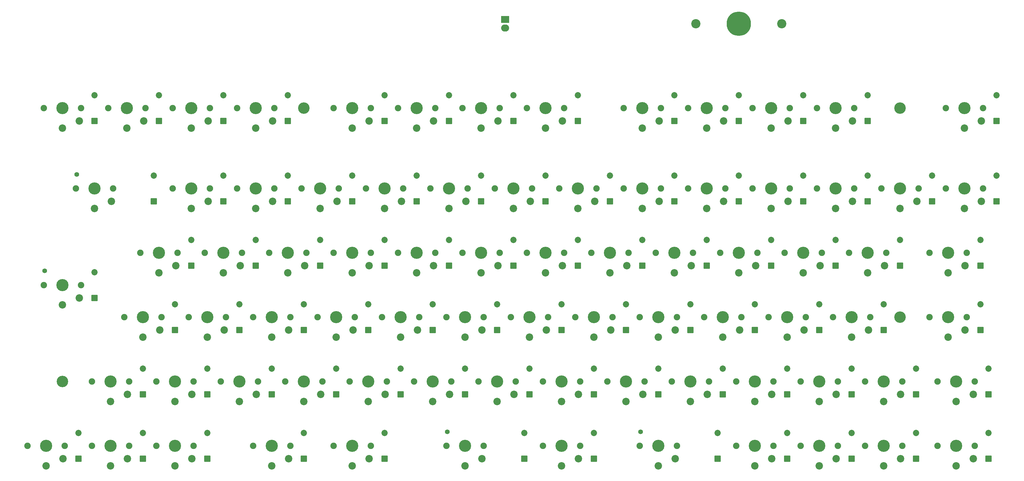
<source format=gbr>
%TF.GenerationSoftware,KiCad,Pcbnew,(6.0.2)*%
%TF.CreationDate,2022-03-06T23:14:37-03:00*%
%TF.ProjectId,BitterDev,42697474-6572-4446-9576-2e6b69636164,V1.1.0*%
%TF.SameCoordinates,Original*%
%TF.FileFunction,Soldermask,Top*%
%TF.FilePolarity,Negative*%
%FSLAX46Y46*%
G04 Gerber Fmt 4.6, Leading zero omitted, Abs format (unit mm)*
G04 Created by KiCad (PCBNEW (6.0.2)) date 2022-03-06 23:14:37*
%MOMM*%
%LPD*%
G01*
G04 APERTURE LIST*
G04 Aperture macros list*
%AMRoundRect*
0 Rectangle with rounded corners*
0 $1 Rounding radius*
0 $2 $3 $4 $5 $6 $7 $8 $9 X,Y pos of 4 corners*
0 Add a 4 corners polygon primitive as box body*
4,1,4,$2,$3,$4,$5,$6,$7,$8,$9,$2,$3,0*
0 Add four circle primitives for the rounded corners*
1,1,$1+$1,$2,$3*
1,1,$1+$1,$4,$5*
1,1,$1+$1,$6,$7*
1,1,$1+$1,$8,$9*
0 Add four rect primitives between the rounded corners*
20,1,$1+$1,$2,$3,$4,$5,0*
20,1,$1+$1,$4,$5,$6,$7,0*
20,1,$1+$1,$6,$7,$8,$9,0*
20,1,$1+$1,$8,$9,$2,$3,0*%
G04 Aperture macros list end*
%ADD10C,1.851000*%
%ADD11RoundRect,0.100000X-0.825500X0.825500X-0.825500X-0.825500X0.825500X-0.825500X0.825500X0.825500X0*%
%ADD12C,3.400000*%
%ADD13C,1.900000*%
%ADD14C,3.600000*%
%ADD15C,2.200000*%
%ADD16O,2.359000X2.105000*%
%ADD17RoundRect,0.100000X1.079500X-0.952500X1.079500X0.952500X-1.079500X0.952500X-1.079500X-0.952500X0*%
%ADD18C,1.400000*%
%ADD19C,2.740000*%
%ADD20C,7.200000*%
G04 APERTURE END LIST*
D10*
%TO.C,D_6*%
X171037472Y-68427499D03*
D11*
X171037472Y-76047499D03*
%TD*%
D10*
%TO.C,D_71*%
X251999972Y-168439999D03*
D11*
X251999972Y-176059999D03*
%TD*%
D10*
%TO.C,D_58*%
X232949972Y-149389999D03*
D11*
X232949972Y-157009999D03*
%TD*%
D10*
%TO.C,D_52*%
X90074972Y-130339999D03*
D11*
X90074972Y-137959999D03*
%TD*%
D10*
%TO.C,D_23*%
X123412472Y-92239999D03*
D11*
X123412472Y-99859999D03*
%TD*%
D10*
%TO.C,D_40*%
X47212472Y-120814999D03*
D11*
X47212472Y-128434999D03*
%TD*%
D10*
%TO.C,D_1*%
X275812472Y-68427499D03*
D11*
X275812472Y-76047499D03*
%TD*%
D10*
%TO.C,D_42*%
X280574972Y-130339999D03*
D11*
X280574972Y-137959999D03*
%TD*%
D10*
%TO.C,D_10*%
X85312472Y-68427499D03*
D11*
X85312472Y-76047499D03*
%TD*%
D10*
%TO.C,D_5*%
X190087472Y-68427499D03*
D11*
X190087472Y-76047499D03*
%TD*%
D10*
%TO.C,D_17*%
X237712472Y-92239999D03*
D11*
X237712472Y-99859999D03*
%TD*%
D10*
%TO.C,D_35*%
X151987472Y-111289999D03*
D11*
X151987472Y-118909999D03*
%TD*%
D10*
%TO.C,D_65*%
X99599972Y-149389999D03*
D11*
X99599972Y-157009999D03*
%TD*%
D10*
%TO.C,D_29*%
X266287472Y-111289999D03*
D11*
X266287472Y-118909999D03*
%TD*%
D10*
%TO.C,D_62*%
X156749972Y-149389999D03*
D11*
X156749972Y-157009999D03*
%TD*%
D10*
%TO.C,D_14*%
X294862472Y-92239999D03*
D11*
X294862472Y-99859999D03*
%TD*%
D10*
%TO.C,D_47*%
X185324972Y-130339999D03*
D11*
X185324972Y-137959999D03*
%TD*%
D10*
%TO.C,D_54*%
X311531222Y-149389999D03*
D11*
X311531222Y-157009999D03*
%TD*%
D10*
%TO.C,D_2*%
X256762472Y-68427499D03*
D11*
X256762472Y-76047499D03*
%TD*%
D10*
%TO.C,D_68*%
X311531222Y-168439999D03*
D11*
X311531222Y-176059999D03*
%TD*%
D10*
%TO.C,D_30*%
X247237472Y-111289999D03*
D11*
X247237472Y-118909999D03*
%TD*%
D10*
%TO.C,D_36*%
X132937472Y-111289999D03*
D11*
X132937472Y-118909999D03*
%TD*%
D10*
%TO.C,D_19*%
X199612472Y-92239999D03*
D11*
X199612472Y-99859999D03*
%TD*%
D10*
%TO.C,D_70*%
X271049972Y-168439999D03*
D11*
X271049972Y-176059999D03*
%TD*%
D10*
%TO.C,D_75*%
X132937472Y-168439999D03*
D11*
X132937472Y-176059999D03*
%TD*%
D10*
%TO.C,D_11*%
X66262472Y-68427499D03*
D11*
X66262472Y-76047499D03*
%TD*%
D10*
%TO.C,D_46*%
X204374972Y-130339999D03*
D11*
X204374972Y-137959999D03*
%TD*%
D12*
%TO.C,H1*%
X109124972Y-72237499D03*
%TD*%
D10*
%TO.C,D_16*%
X256762472Y-92239999D03*
D11*
X256762472Y-99859999D03*
%TD*%
D10*
%TO.C,D_77*%
X80549972Y-168439999D03*
D11*
X80549972Y-176059999D03*
%TD*%
D10*
%TO.C,D_69*%
X290099972Y-168439999D03*
D11*
X290099972Y-176059999D03*
%TD*%
D10*
%TO.C,D_50*%
X128174972Y-130339999D03*
D11*
X128174972Y-137959999D03*
%TD*%
D10*
%TO.C,D_78*%
X61499972Y-168439999D03*
D11*
X61499972Y-176059999D03*
%TD*%
D10*
%TO.C,D_32*%
X209137472Y-111289999D03*
D11*
X209137472Y-118909999D03*
%TD*%
D10*
%TO.C,D_59*%
X213899972Y-149389999D03*
D11*
X213899972Y-157009999D03*
%TD*%
D10*
%TO.C,D_53*%
X71024972Y-130339999D03*
D11*
X71024972Y-137959999D03*
%TD*%
D10*
%TO.C,D_41*%
X309149972Y-130339999D03*
D11*
X309149972Y-137959999D03*
%TD*%
D10*
%TO.C,D_49*%
X147224972Y-130339999D03*
D11*
X147224972Y-137959999D03*
%TD*%
D10*
%TO.C,D_20*%
X180562472Y-92239999D03*
D11*
X180562472Y-99859999D03*
%TD*%
D10*
%TO.C,D_24*%
X104362472Y-92239999D03*
D11*
X104362472Y-99859999D03*
%TD*%
D10*
%TO.C,D_18*%
X218662472Y-92239999D03*
D11*
X218662472Y-99859999D03*
%TD*%
D10*
%TO.C,D_37*%
X113887472Y-111289999D03*
D11*
X113887472Y-118909999D03*
%TD*%
D10*
%TO.C,D_9*%
X104362472Y-68427499D03*
D11*
X104362472Y-76047499D03*
%TD*%
D10*
%TO.C,D_57*%
X251999972Y-149389999D03*
D11*
X251999972Y-157009999D03*
%TD*%
D10*
%TO.C,D_27*%
X309149972Y-111289999D03*
D11*
X309149972Y-118909999D03*
%TD*%
D10*
%TO.C,D_7*%
X151987472Y-68427499D03*
D11*
X151987472Y-76047499D03*
%TD*%
D10*
%TO.C,D_38*%
X94837472Y-111289999D03*
D11*
X94837472Y-118909999D03*
%TD*%
D10*
%TO.C,D_31*%
X228187472Y-111289999D03*
D11*
X228187472Y-118909999D03*
%TD*%
D10*
%TO.C,D_34*%
X171037472Y-111289999D03*
D11*
X171037472Y-118909999D03*
%TD*%
D10*
%TO.C,D_72*%
X231424472Y-168439999D03*
D11*
X231424472Y-176059999D03*
%TD*%
D12*
%TO.C,H4*%
X37687472Y-153199999D03*
%TD*%
D10*
%TO.C,D_43*%
X261524972Y-130339999D03*
D11*
X261524972Y-137959999D03*
%TD*%
D10*
%TO.C,D_12*%
X47212472Y-68427499D03*
D11*
X47212472Y-76047499D03*
%TD*%
D10*
%TO.C,D_63*%
X137699972Y-149389999D03*
D11*
X137699972Y-157009999D03*
%TD*%
D10*
%TO.C,D_21*%
X161512472Y-92239999D03*
D11*
X161512472Y-99859999D03*
%TD*%
D10*
%TO.C,D_48*%
X166274972Y-130339999D03*
D11*
X166274972Y-137959999D03*
%TD*%
D10*
%TO.C,D_61*%
X175799972Y-149389999D03*
D11*
X175799972Y-157009999D03*
%TD*%
D10*
%TO.C,D_26*%
X64737472Y-92239999D03*
D11*
X64737472Y-99859999D03*
%TD*%
D10*
%TO.C,D_0*%
X313912472Y-68427499D03*
D11*
X313912472Y-76047499D03*
%TD*%
D10*
%TO.C,D_74*%
X174274972Y-168439999D03*
D11*
X174274972Y-176059999D03*
%TD*%
D10*
%TO.C,D_64*%
X118649972Y-149389999D03*
D11*
X118649972Y-157009999D03*
%TD*%
D10*
%TO.C,D_56*%
X271049972Y-149389999D03*
D11*
X271049972Y-157009999D03*
%TD*%
D10*
%TO.C,D_67*%
X61499972Y-149389999D03*
D11*
X61499972Y-157009999D03*
%TD*%
D10*
%TO.C,D_44*%
X242474972Y-130339999D03*
D11*
X242474972Y-137959999D03*
%TD*%
D10*
%TO.C,D_60*%
X194849972Y-149389999D03*
D11*
X194849972Y-157009999D03*
%TD*%
D12*
%TO.C,H2*%
X285337472Y-72237499D03*
%TD*%
D10*
%TO.C,D_15*%
X275812472Y-92239999D03*
D11*
X275812472Y-99859999D03*
%TD*%
D10*
%TO.C,D_45*%
X223424972Y-130339999D03*
D11*
X223424972Y-137959999D03*
%TD*%
D10*
%TO.C,D_33*%
X190087472Y-111289999D03*
D11*
X190087472Y-118909999D03*
%TD*%
D10*
%TO.C,D_51*%
X109124972Y-130339999D03*
D11*
X109124972Y-137959999D03*
%TD*%
D10*
%TO.C,D_55*%
X290099972Y-149389999D03*
D11*
X290099972Y-157009999D03*
%TD*%
D12*
%TO.C,H3*%
X285337472Y-134149999D03*
%TD*%
D10*
%TO.C,D_25*%
X85312472Y-92239999D03*
D11*
X85312472Y-99859999D03*
%TD*%
D10*
%TO.C,D_66*%
X80549972Y-149389999D03*
D11*
X80549972Y-157009999D03*
%TD*%
D10*
%TO.C,D_73*%
X194849472Y-168439999D03*
D11*
X194849472Y-176059999D03*
%TD*%
D10*
%TO.C,D_22*%
X142462472Y-92239999D03*
D11*
X142462472Y-99859999D03*
%TD*%
D10*
%TO.C,D_8*%
X132937472Y-68427499D03*
D11*
X132937472Y-76047499D03*
%TD*%
D10*
%TO.C,D_3*%
X237712472Y-68427499D03*
D11*
X237712472Y-76047499D03*
%TD*%
D10*
%TO.C,D_39*%
X75787472Y-111289999D03*
D11*
X75787472Y-118909999D03*
%TD*%
D10*
%TO.C,D_4*%
X218662472Y-68427499D03*
D11*
X218662472Y-76047499D03*
%TD*%
D10*
%TO.C,D_79*%
X42449972Y-168439999D03*
D11*
X42449972Y-176059999D03*
%TD*%
D10*
%TO.C,D_28*%
X285337472Y-111289999D03*
D11*
X285337472Y-118909999D03*
%TD*%
D10*
%TO.C,D_13*%
X313912472Y-92239999D03*
D11*
X313912472Y-99859999D03*
%TD*%
D10*
%TO.C,D_76*%
X109124972Y-168439999D03*
D11*
X109124972Y-176059999D03*
%TD*%
D13*
%TO.C,K_65*%
X84574972Y-153199999D03*
X95574972Y-153199999D03*
D14*
X90074972Y-153199999D03*
D15*
X90074972Y-159099999D03*
X95074972Y-156999999D03*
%TD*%
D14*
%TO.C,K_49*%
X137699972Y-134149999D03*
D13*
X143199972Y-134149999D03*
X132199972Y-134149999D03*
D15*
X137699972Y-140049999D03*
X142699972Y-137949999D03*
%TD*%
D14*
%TO.C,K_0*%
X304387472Y-72237499D03*
D13*
X298887472Y-72237499D03*
X309887472Y-72237499D03*
D15*
X304387472Y-78137499D03*
X309387472Y-76037499D03*
%TD*%
D13*
%TO.C,K_32*%
X194112472Y-115099999D03*
D14*
X199612472Y-115099999D03*
D13*
X205112472Y-115099999D03*
D15*
X199612472Y-120999999D03*
X204612472Y-118899999D03*
%TD*%
D13*
%TO.C,K_1*%
X271787472Y-72237499D03*
X260787472Y-72237499D03*
D14*
X266287472Y-72237499D03*
D15*
X266287472Y-78137499D03*
X271287472Y-76037499D03*
%TD*%
D14*
%TO.C,K_39*%
X66262472Y-115099999D03*
D13*
X60762472Y-115099999D03*
X71762472Y-115099999D03*
D15*
X66262472Y-120999999D03*
X71262472Y-118899999D03*
%TD*%
D13*
%TO.C,K_29*%
X251262472Y-115099999D03*
X262262472Y-115099999D03*
D14*
X256762472Y-115099999D03*
D15*
X256762472Y-120999999D03*
X261762472Y-118899999D03*
%TD*%
D13*
%TO.C,K_35*%
X147962472Y-115099999D03*
X136962472Y-115099999D03*
D14*
X142462472Y-115099999D03*
D15*
X142462472Y-120999999D03*
X147462472Y-118899999D03*
%TD*%
D13*
%TO.C,K_54*%
X296506222Y-153199999D03*
D14*
X302006222Y-153199999D03*
D13*
X307506222Y-153199999D03*
D15*
X302006222Y-159099999D03*
X307006222Y-156999999D03*
%TD*%
D16*
%TO.C,D_LED1*%
X168656222Y-48507499D03*
D17*
X168656222Y-45967499D03*
%TD*%
D14*
%TO.C,K_47*%
X175799972Y-134149999D03*
D13*
X170299972Y-134149999D03*
X181299972Y-134149999D03*
D15*
X175799972Y-140049999D03*
X180799972Y-137949999D03*
%TD*%
D13*
%TO.C,K_45*%
X219399972Y-134149999D03*
D14*
X213899972Y-134149999D03*
D13*
X208399972Y-134149999D03*
D15*
X213899972Y-140049999D03*
X218899972Y-137949999D03*
%TD*%
D13*
%TO.C,K_21*%
X146487472Y-96049999D03*
X157487472Y-96049999D03*
D14*
X151987472Y-96049999D03*
D15*
X151987472Y-101949999D03*
X156987472Y-99849999D03*
%TD*%
D13*
%TO.C,K_4*%
X203637472Y-72237499D03*
X214637472Y-72237499D03*
D14*
X209137472Y-72237499D03*
D15*
X209137472Y-78137499D03*
X214137472Y-76037499D03*
%TD*%
D13*
%TO.C,K_48*%
X162249972Y-134149999D03*
X151249972Y-134149999D03*
D14*
X156749972Y-134149999D03*
D15*
X156749972Y-140049999D03*
X161749972Y-137949999D03*
%TD*%
D14*
%TO.C,K_41*%
X299624972Y-134149999D03*
D13*
X294124972Y-134149999D03*
X305124972Y-134149999D03*
D15*
X299624972Y-140049999D03*
X304624972Y-137949999D03*
%TD*%
D13*
%TO.C,K_2*%
X252737472Y-72237499D03*
D14*
X247237472Y-72237499D03*
D13*
X241737472Y-72237499D03*
D15*
X247237472Y-78137499D03*
X252237472Y-76037499D03*
%TD*%
D14*
%TO.C,K_68*%
X302006222Y-172249999D03*
D13*
X307506222Y-172249999D03*
X296506222Y-172249999D03*
D15*
X302006222Y-178149999D03*
X307006222Y-176049999D03*
%TD*%
D13*
%TO.C,K_10*%
X70287472Y-72237499D03*
X81287472Y-72237499D03*
D14*
X75787472Y-72237499D03*
D15*
X75787472Y-78137499D03*
X80787472Y-76037499D03*
%TD*%
D14*
%TO.C,K_9*%
X94837472Y-72237499D03*
D13*
X100337472Y-72237499D03*
X89337472Y-72237499D03*
D15*
X94837472Y-78137499D03*
X99837472Y-76037499D03*
%TD*%
D13*
%TO.C,K_40*%
X43187472Y-124624999D03*
X32187472Y-124624999D03*
D14*
X37687472Y-124624999D03*
D18*
X32467472Y-120424999D03*
D15*
X37687472Y-130524999D03*
X42687472Y-128424999D03*
%TD*%
D13*
%TO.C,K_25*%
X70287472Y-96049999D03*
X81287472Y-96049999D03*
D14*
X75787472Y-96049999D03*
D15*
X75787472Y-101949999D03*
X80787472Y-99849999D03*
%TD*%
D13*
%TO.C,K_3*%
X233687472Y-72237499D03*
D14*
X228187472Y-72237499D03*
D13*
X222687472Y-72237499D03*
D15*
X228187472Y-78137499D03*
X233187472Y-76037499D03*
%TD*%
D13*
%TO.C,K_79*%
X38424972Y-172249999D03*
X27424972Y-172249999D03*
D14*
X32924972Y-172249999D03*
D15*
X32924972Y-178149999D03*
X37924972Y-176049999D03*
%TD*%
D13*
%TO.C,K_13*%
X298887472Y-96049999D03*
D14*
X304387472Y-96049999D03*
D13*
X309887472Y-96049999D03*
D15*
X304387472Y-101949999D03*
X309387472Y-99849999D03*
%TD*%
D13*
%TO.C,K_51*%
X105099972Y-134149999D03*
X94099972Y-134149999D03*
D14*
X99599972Y-134149999D03*
D15*
X99599972Y-140049999D03*
X104599972Y-137949999D03*
%TD*%
D14*
%TO.C,K_17*%
X228187472Y-96049999D03*
D13*
X233687472Y-96049999D03*
X222687472Y-96049999D03*
D15*
X228187472Y-101949999D03*
X233187472Y-99849999D03*
%TD*%
D14*
%TO.C,K_15*%
X266287472Y-96049999D03*
D13*
X260787472Y-96049999D03*
X271787472Y-96049999D03*
D15*
X266287472Y-101949999D03*
X271287472Y-99849999D03*
%TD*%
D14*
%TO.C,K_44*%
X232949972Y-134149999D03*
D13*
X238449972Y-134149999D03*
X227449972Y-134149999D03*
D15*
X232949972Y-140049999D03*
X237949972Y-137949999D03*
%TD*%
D14*
%TO.C,K_31*%
X218662472Y-115099999D03*
D13*
X213162472Y-115099999D03*
X224162472Y-115099999D03*
D15*
X218662472Y-120999999D03*
X223662472Y-118899999D03*
%TD*%
D14*
%TO.C,K_77*%
X71024972Y-172249999D03*
D13*
X65524972Y-172249999D03*
X76524972Y-172249999D03*
D15*
X71024972Y-178149999D03*
X76024972Y-176049999D03*
%TD*%
D13*
%TO.C,K_75*%
X117912472Y-172249999D03*
X128912472Y-172249999D03*
D14*
X123412472Y-172249999D03*
D15*
X123412472Y-178149999D03*
X128412472Y-176049999D03*
%TD*%
D13*
%TO.C,K_18*%
X203637472Y-96049999D03*
X214637472Y-96049999D03*
D14*
X209137472Y-96049999D03*
D15*
X209137472Y-101949999D03*
X214137472Y-99849999D03*
%TD*%
D14*
%TO.C,K_38*%
X85312472Y-115099999D03*
D13*
X90812472Y-115099999D03*
X79812472Y-115099999D03*
D15*
X85312472Y-120999999D03*
X90312472Y-118899999D03*
%TD*%
D13*
%TO.C,K_7*%
X147962472Y-72237499D03*
D14*
X142462472Y-72237499D03*
D13*
X136962472Y-72237499D03*
D15*
X142462472Y-78137499D03*
X147462472Y-76037499D03*
%TD*%
D13*
%TO.C,K_28*%
X281312472Y-115099999D03*
D14*
X275812472Y-115099999D03*
D13*
X270312472Y-115099999D03*
D15*
X275812472Y-120999999D03*
X280812472Y-118899999D03*
%TD*%
D13*
%TO.C,K_53*%
X55999972Y-134149999D03*
D14*
X61499972Y-134149999D03*
D13*
X66999972Y-134149999D03*
D15*
X61499972Y-140049999D03*
X66499972Y-137949999D03*
%TD*%
D13*
%TO.C,K_34*%
X167012472Y-115099999D03*
D14*
X161512472Y-115099999D03*
D13*
X156012472Y-115099999D03*
D15*
X161512472Y-120999999D03*
X166512472Y-118899999D03*
%TD*%
D14*
%TO.C,K_37*%
X104362472Y-115099999D03*
D13*
X109862472Y-115099999D03*
X98862472Y-115099999D03*
D15*
X104362472Y-120999999D03*
X109362472Y-118899999D03*
%TD*%
D13*
%TO.C,K_56*%
X267024972Y-153199999D03*
X256024972Y-153199999D03*
D14*
X261524972Y-153199999D03*
D15*
X261524972Y-159099999D03*
X266524972Y-156999999D03*
%TD*%
D13*
%TO.C,K_70*%
X267024972Y-172249999D03*
X256024972Y-172249999D03*
D14*
X261524972Y-172249999D03*
D15*
X261524972Y-178149999D03*
X266524972Y-176049999D03*
%TD*%
D13*
%TO.C,K_61*%
X171774972Y-153199999D03*
D14*
X166274972Y-153199999D03*
D13*
X160774972Y-153199999D03*
D15*
X166274972Y-159099999D03*
X171274972Y-156999999D03*
%TD*%
D14*
%TO.C,K_24*%
X94837472Y-96049999D03*
D13*
X89337472Y-96049999D03*
X100337472Y-96049999D03*
D15*
X94837472Y-101949999D03*
X99837472Y-99849999D03*
%TD*%
D13*
%TO.C,K_64*%
X114624972Y-153199999D03*
D14*
X109124972Y-153199999D03*
D13*
X103624972Y-153199999D03*
D15*
X109124972Y-159099999D03*
X114124972Y-156999999D03*
%TD*%
D13*
%TO.C,K_52*%
X86049972Y-134149999D03*
X75049972Y-134149999D03*
D14*
X80549972Y-134149999D03*
D15*
X80549972Y-140049999D03*
X85549972Y-137949999D03*
%TD*%
D14*
%TO.C,K_50*%
X118649972Y-134149999D03*
D13*
X113149972Y-134149999D03*
X124149972Y-134149999D03*
D15*
X118649972Y-140049999D03*
X123649972Y-137949999D03*
%TD*%
D13*
%TO.C,K_60*%
X190824972Y-153199999D03*
D14*
X185324972Y-153199999D03*
D13*
X179824972Y-153199999D03*
D15*
X185324972Y-159099999D03*
X190324972Y-156999999D03*
%TD*%
D13*
%TO.C,K_11*%
X51237472Y-72237499D03*
X62237472Y-72237499D03*
D14*
X56737472Y-72237499D03*
D15*
X56737472Y-78137499D03*
X61737472Y-76037499D03*
%TD*%
D19*
%TO.C,J1*%
X225012472Y-47237499D03*
D20*
X237712472Y-47237499D03*
D19*
X250412472Y-47237499D03*
%TD*%
D13*
%TO.C,K_26*%
X41712472Y-96049999D03*
D18*
X41992472Y-91849999D03*
D13*
X52712472Y-96049999D03*
D14*
X47212472Y-96049999D03*
D15*
X47212472Y-101949999D03*
X52212472Y-99849999D03*
%TD*%
D14*
%TO.C,K_66*%
X71024972Y-153199999D03*
D13*
X76524972Y-153199999D03*
X65524972Y-153199999D03*
D15*
X71024972Y-159099999D03*
X76024972Y-156999999D03*
%TD*%
D14*
%TO.C,K_30*%
X237712472Y-115099999D03*
D13*
X232212472Y-115099999D03*
X243212472Y-115099999D03*
D15*
X237712472Y-120999999D03*
X242712472Y-118899999D03*
%TD*%
D13*
%TO.C,K_42*%
X265549972Y-134149999D03*
D14*
X271049972Y-134149999D03*
D13*
X276549972Y-134149999D03*
D15*
X271049972Y-140049999D03*
X276049972Y-137949999D03*
%TD*%
D14*
%TO.C,K_67*%
X51974972Y-153199999D03*
D13*
X46474972Y-153199999D03*
X57474972Y-153199999D03*
D15*
X51974972Y-159099999D03*
X56974972Y-156999999D03*
%TD*%
D13*
%TO.C,K_19*%
X195587472Y-96049999D03*
D14*
X190087472Y-96049999D03*
D13*
X184587472Y-96049999D03*
D15*
X190087472Y-101949999D03*
X195087472Y-99849999D03*
%TD*%
D14*
%TO.C,K_20*%
X171037472Y-96049999D03*
D13*
X165537472Y-96049999D03*
X176537472Y-96049999D03*
D15*
X171037472Y-101949999D03*
X176037472Y-99849999D03*
%TD*%
D14*
%TO.C,K_69*%
X280574972Y-172249999D03*
D13*
X286074972Y-172249999D03*
X275074972Y-172249999D03*
D15*
X280574972Y-178149999D03*
X285574972Y-176049999D03*
%TD*%
D13*
%TO.C,K_6*%
X156012472Y-72237499D03*
D14*
X161512472Y-72237499D03*
D13*
X167012472Y-72237499D03*
D15*
X161512472Y-78137499D03*
X166512472Y-76037499D03*
%TD*%
D13*
%TO.C,K_71*%
X236974972Y-172249999D03*
D14*
X242474972Y-172249999D03*
D13*
X247974972Y-172249999D03*
D15*
X242474972Y-178149999D03*
X247474972Y-176049999D03*
%TD*%
D14*
%TO.C,K_58*%
X223424972Y-153199999D03*
D13*
X217924972Y-153199999D03*
X228924972Y-153199999D03*
D15*
X223424972Y-159099999D03*
X228424972Y-156999999D03*
%TD*%
D14*
%TO.C,K_16*%
X247237472Y-96049999D03*
D13*
X241737472Y-96049999D03*
X252737472Y-96049999D03*
D15*
X247237472Y-101949999D03*
X252237472Y-99849999D03*
%TD*%
D13*
%TO.C,K_12*%
X43187472Y-72237499D03*
D14*
X37687472Y-72237499D03*
D13*
X32187472Y-72237499D03*
D15*
X37687472Y-78137499D03*
X42687472Y-76037499D03*
%TD*%
D14*
%TO.C,K_27*%
X299624972Y-115099999D03*
D13*
X305124972Y-115099999D03*
X294124972Y-115099999D03*
D15*
X299624972Y-120999999D03*
X304624972Y-118899999D03*
%TD*%
D14*
%TO.C,K_23*%
X113887472Y-96049999D03*
D13*
X108387472Y-96049999D03*
X119387472Y-96049999D03*
D15*
X113887472Y-101949999D03*
X118887472Y-99849999D03*
%TD*%
D13*
%TO.C,K_22*%
X138437472Y-96049999D03*
D14*
X132937472Y-96049999D03*
D13*
X127437472Y-96049999D03*
D15*
X132937472Y-101949999D03*
X137937472Y-99849999D03*
%TD*%
D13*
%TO.C,K_57*%
X247974972Y-153199999D03*
X236974972Y-153199999D03*
D14*
X242474972Y-153199999D03*
D15*
X242474972Y-159099999D03*
X247474972Y-156999999D03*
%TD*%
D13*
%TO.C,K_73*%
X179824472Y-172249999D03*
D14*
X185324472Y-172249999D03*
D13*
X190824472Y-172249999D03*
D15*
X185324472Y-178149999D03*
X190324472Y-176049999D03*
%TD*%
D14*
%TO.C,K_36*%
X123412472Y-115099999D03*
D13*
X117912472Y-115099999D03*
X128912472Y-115099999D03*
D15*
X123412472Y-120999999D03*
X128412472Y-118899999D03*
%TD*%
D18*
%TO.C,K_72*%
X208679472Y-168049999D03*
D14*
X213899472Y-172249999D03*
D13*
X219399472Y-172249999D03*
X208399472Y-172249999D03*
D15*
X213899472Y-178149999D03*
X218899472Y-176049999D03*
%TD*%
D13*
%TO.C,K_8*%
X117912472Y-72237499D03*
D14*
X123412472Y-72237499D03*
D13*
X128912472Y-72237499D03*
D15*
X123412472Y-78137499D03*
X128412472Y-76037499D03*
%TD*%
D14*
%TO.C,K_14*%
X285337472Y-96049999D03*
D13*
X279837472Y-96049999D03*
X290837472Y-96049999D03*
D15*
X285337472Y-101949999D03*
X290337472Y-99849999D03*
%TD*%
D13*
%TO.C,K_59*%
X198874972Y-153199999D03*
X209874972Y-153199999D03*
D14*
X204374972Y-153199999D03*
D15*
X204374972Y-159099999D03*
X209374972Y-156999999D03*
%TD*%
D13*
%TO.C,K_63*%
X133674972Y-153199999D03*
D14*
X128174972Y-153199999D03*
D13*
X122674972Y-153199999D03*
D15*
X128174972Y-159099999D03*
X133174972Y-156999999D03*
%TD*%
D13*
%TO.C,K_78*%
X46474972Y-172249999D03*
D14*
X51974972Y-172249999D03*
D13*
X57474972Y-172249999D03*
D15*
X51974972Y-178149999D03*
X56974972Y-176049999D03*
%TD*%
D14*
%TO.C,K_62*%
X147224972Y-153199999D03*
D13*
X141724972Y-153199999D03*
X152724972Y-153199999D03*
D15*
X147224972Y-159099999D03*
X152224972Y-156999999D03*
%TD*%
D13*
%TO.C,K_5*%
X175062472Y-72237499D03*
D14*
X180562472Y-72237499D03*
D13*
X186062472Y-72237499D03*
D15*
X180562472Y-78137499D03*
X185562472Y-76037499D03*
%TD*%
D14*
%TO.C,K_55*%
X280574972Y-153199999D03*
D13*
X286074972Y-153199999D03*
X275074972Y-153199999D03*
D15*
X280574972Y-159099999D03*
X285574972Y-156999999D03*
%TD*%
D18*
%TO.C,K_74*%
X151529972Y-168049999D03*
D13*
X162249972Y-172249999D03*
D14*
X156749972Y-172249999D03*
D13*
X151249972Y-172249999D03*
D15*
X156749972Y-178149999D03*
X161749972Y-176049999D03*
%TD*%
D14*
%TO.C,K_33*%
X180562472Y-115099999D03*
D13*
X186062472Y-115099999D03*
X175062472Y-115099999D03*
D15*
X180562472Y-120999999D03*
X185562472Y-118899999D03*
%TD*%
D14*
%TO.C,K_76*%
X99599972Y-172249999D03*
D13*
X94099972Y-172249999D03*
X105099972Y-172249999D03*
D15*
X99599972Y-178149999D03*
X104599972Y-176049999D03*
%TD*%
D13*
%TO.C,K_46*%
X189349972Y-134149999D03*
X200349972Y-134149999D03*
D14*
X194849972Y-134149999D03*
D15*
X194849972Y-140049999D03*
X199849972Y-137949999D03*
%TD*%
D13*
%TO.C,K_43*%
X246499972Y-134149999D03*
X257499972Y-134149999D03*
D14*
X251999972Y-134149999D03*
D15*
X251999972Y-140049999D03*
X256999972Y-137949999D03*
%TD*%
M02*

</source>
